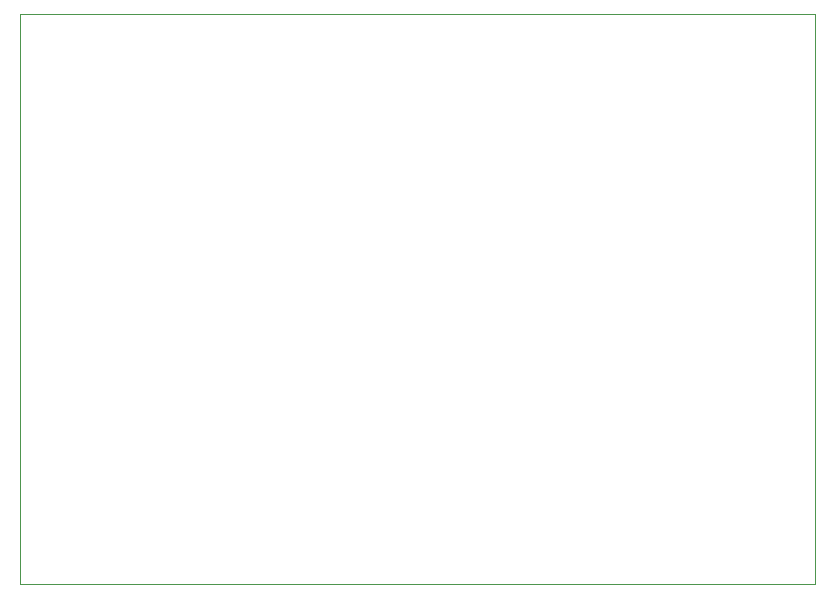
<source format=gbr>
G04 #@! TF.GenerationSoftware,KiCad,Pcbnew,(5.1.0)-1*
G04 #@! TF.CreationDate,2020-12-16T18:10:22+01:00*
G04 #@! TF.ProjectId,ECG Patient simulator,45434720-5061-4746-9965-6e742073696d,1.0*
G04 #@! TF.SameCoordinates,Original*
G04 #@! TF.FileFunction,Profile,NP*
%FSLAX46Y46*%
G04 Gerber Fmt 4.6, Leading zero omitted, Abs format (unit mm)*
G04 Created by KiCad (PCBNEW (5.1.0)-1) date 2020-12-16 18:10:22*
%MOMM*%
%LPD*%
G04 APERTURE LIST*
%ADD10C,0.050000*%
G04 APERTURE END LIST*
D10*
X109220000Y-76200000D02*
X109220000Y-124460000D01*
X176530000Y-76200000D02*
X109220000Y-76200000D01*
X176530000Y-124460000D02*
X176530000Y-76200000D01*
X109220000Y-124460000D02*
X176530000Y-124460000D01*
M02*

</source>
